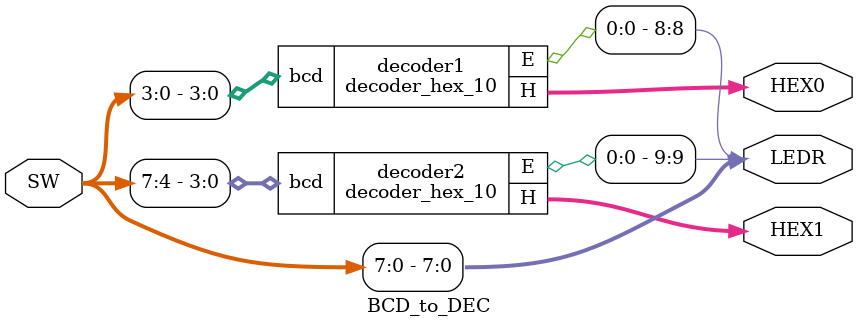
<source format=v>
module decoder_hex_10 (
	input [3:0] bcd,
	output reg [6:0] H,
	output reg E);
	always @(bcd)
		if (bcd > 4'b1001) begin
			E = 1;
		end
		else begin
			E = 0;
			case (bcd)
				0: H = 7'b0000001;
				1: H = 7'b1001111;
				2: H = 7'b0010010;
				3: H = 7'b0000110;
				4: H = 7'b1001100;
				5: H = 7'b0100100;
				6: H = 7'b0100000;
				7: H = 7'b0001111;
				8: H = 7'b0000000;
				9: H = 7'b0000100;
				default: H = 7'b1111111;
			endcase
		end
endmodule

module BCD_to_DEC (
	input [7:0] SW,
	output [9:0] LEDR, output [6:0] HEX0,HEX1);
	assign LEDR[7:0] = SW[7:0];
	decoder_hex_10 decoder1(SW[3:0],HEX0,LEDR[8]);
	decoder_hex_10 decoder2(SW[7:4],HEX1,LEDR[9]);
endmodule
</source>
